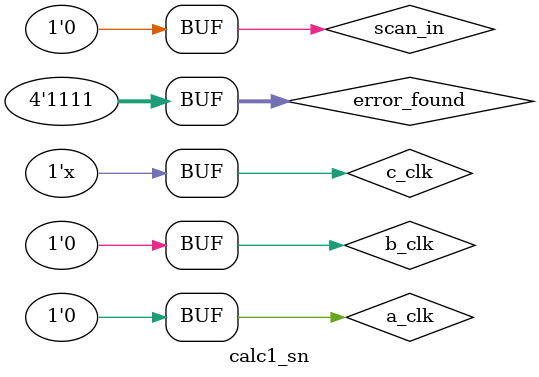
<source format=v>

`include "calc1_top.v"

module calc1_sn;

   wire [0:31] out_data1, 
	     out_data2, 
         out_data3, 
		 out_data4;

   wire [0:1] out_resp1, 
		 out_resp2, 
		 out_resp3, 
		 out_resp4;

   reg [0:3] req1_cmd_in, 
         req2_cmd_in, 
		 req3_cmd_in, 
		 req4_cmd_in;
   
   reg [0:31] req1_data_in,		
		 req2_data_in, 
		 req3_data_in, 
		 req4_data_in;
      
   reg [1:7] reset;

   reg  scan_in; 
   wire scan_out;

   reg [0:3] error_found; 

   reg a_clk;
   reg b_clk;
   reg c_clk;

   calc1_top calculator(out_data1, out_data2, out_data3, out_data4, out_resp1, out_resp2, out_resp3, out_resp4, scan_out, a_clk, b_clk, c_clk, error_found, req1_cmd_in, req1_data_in, req2_cmd_in, req2_data_in, req3_cmd_in, req3_data_in, req4_cmd_in, req4_data_in, reset, scan_in);

   initial 
     begin
        error_found = 4'b1111; // adder_5_13_weirdness/left_shift_bonus_bit?/resp/p4
        scan_in = 0;
        a_clk = 0;
        b_clk = 0;
        c_clk = 0;
     end

   initial c_clk = 0;
   always #100 c_clk = ~c_clk;

endmodule // calc1_sn

</source>
